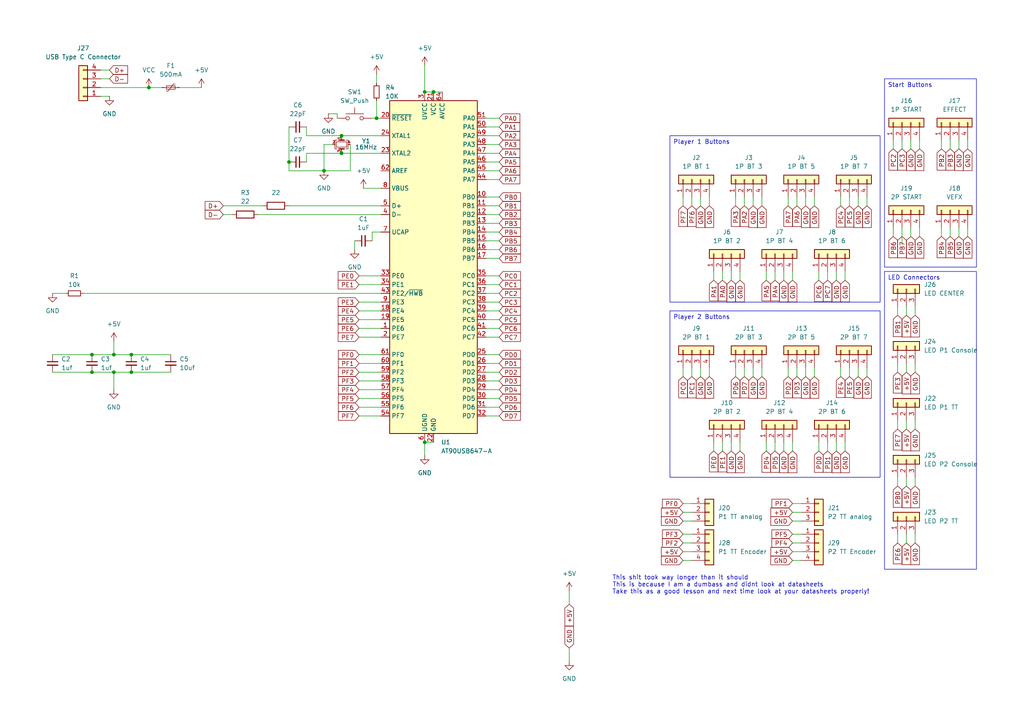
<source format=kicad_sch>
(kicad_sch (version 20231120) (generator "eeschema") (generator_version "8.0")
  (paper "A4")
  (junction (at 99.06 39.37))
  (junction (at 83.82 46.99))
  (junction (at 125.73 26.67))
  (junction (at 123.19 26.67))
  (junction (at 26.67 102.87))
  (junction (at 99.06 44.45))
  (junction (at 33.02 107.95))
  (junction (at 109.22 34.29))
  (junction (at 33.02 102.87))
  (junction (at 43.18 25.4))
  (junction (at 26.67 107.95))
  (junction (at 123.19 128.27))
  (junction (at 93.98 49.53))
  (junction (at 38.1 107.95))
  (junction (at 38.1 102.87))
  (wire (pts (xy 99.06 44.45) (xy 88.9 44.45)))
  (wire (pts (xy 220.98 106.68) (xy 220.98 109.22)))
  (wire (pts (xy 140.97 120.65) (xy 144.78 120.65)))
  (wire (pts (xy 140.97 52.07) (xy 144.78 52.07)))
  (wire (pts (xy 205.74 57.15) (xy 205.74 59.69)))
  (wire (pts (xy 109.22 29.21) (xy 109.22 34.29)))
  (wire (pts (xy 140.97 62.23) (xy 144.78 62.23)))
  (wire (pts (xy 198.12 151.13) (xy 200.66 151.13)))
  (wire (pts (xy 229.87 78.74) (xy 229.87 81.28)))
  (wire (pts (xy 236.22 57.15) (xy 236.22 59.69)))
  (wire (pts (xy 236.22 106.68) (xy 236.22 109.22)))
  (wire (pts (xy 140.97 44.45) (xy 144.78 44.45)))
  (wire (pts (xy 278.13 40.64) (xy 278.13 43.18)))
  (wire (pts (xy 278.13 66.04) (xy 278.13 68.58)))
  (wire (pts (xy 198.12 157.48) (xy 200.66 157.48)))
  (wire (pts (xy 222.25 128.27) (xy 222.25 130.81)))
  (wire (pts (xy 64.77 59.69) (xy 76.2 59.69)))
  (wire (pts (xy 273.05 40.64) (xy 273.05 43.18)))
  (wire (pts (xy 209.55 128.27) (xy 209.55 130.81)))
  (wire (pts (xy 104.14 107.95) (xy 110.49 107.95)))
  (wire (pts (xy 198.12 148.59) (xy 200.66 148.59)))
  (wire (pts (xy 214.63 78.74) (xy 214.63 81.28)))
  (wire (pts (xy 83.82 49.53) (xy 93.98 49.53)))
  (wire (pts (xy 109.22 21.59) (xy 109.22 24.13)))
  (wire (pts (xy 64.77 62.23) (xy 67.31 62.23)))
  (wire (pts (xy 140.97 57.15) (xy 144.78 57.15)))
  (wire (pts (xy 229.87 148.59) (xy 232.41 148.59)))
  (wire (pts (xy 262.89 121.92) (xy 262.89 124.46)))
  (wire (pts (xy 229.87 146.05) (xy 232.41 146.05)))
  (wire (pts (xy 198.12 57.15) (xy 198.12 59.69)))
  (wire (pts (xy 251.46 106.68) (xy 251.46 109.22)))
  (wire (pts (xy 99.06 39.37) (xy 110.49 39.37)))
  (wire (pts (xy 104.14 110.49) (xy 110.49 110.49)))
  (wire (pts (xy 29.21 22.86) (xy 31.75 22.86)))
  (wire (pts (xy 203.2 106.68) (xy 203.2 109.22)))
  (wire (pts (xy 123.19 128.27) (xy 123.19 132.08)))
  (wire (pts (xy 107.95 34.29) (xy 109.22 34.29)))
  (wire (pts (xy 123.19 26.67) (xy 125.73 26.67)))
  (wire (pts (xy 237.49 128.27) (xy 237.49 130.81)))
  (wire (pts (xy 207.01 128.27) (xy 207.01 130.81)))
  (wire (pts (xy 110.49 67.31) (xy 107.95 67.31)))
  (wire (pts (xy 262.89 138.43) (xy 262.89 140.97)))
  (wire (pts (xy 104.14 92.71) (xy 110.49 92.71)))
  (wire (pts (xy 52.07 25.4) (xy 58.42 25.4)))
  (wire (pts (xy 140.97 87.63) (xy 144.78 87.63)))
  (wire (pts (xy 140.97 67.31) (xy 144.78 67.31)))
  (wire (pts (xy 165.1 171.45) (xy 165.1 175.26)))
  (wire (pts (xy 104.14 120.65) (xy 110.49 120.65)))
  (wire (pts (xy 140.97 59.69) (xy 144.78 59.69)))
  (wire (pts (xy 140.97 46.99) (xy 144.78 46.99)))
  (wire (pts (xy 243.84 106.68) (xy 243.84 109.22)))
  (wire (pts (xy 83.82 46.99) (xy 83.82 49.53)))
  (wire (pts (xy 140.97 105.41) (xy 144.78 105.41)))
  (wire (pts (xy 280.67 66.04) (xy 280.67 68.58)))
  (wire (pts (xy 123.19 19.05) (xy 123.19 26.67)))
  (wire (pts (xy 229.87 154.94) (xy 232.41 154.94)))
  (wire (pts (xy 203.2 57.15) (xy 203.2 59.69)))
  (wire (pts (xy 251.46 57.15) (xy 251.46 59.69)))
  (wire (pts (xy 88.9 39.37) (xy 88.9 36.83)))
  (wire (pts (xy 231.14 106.68) (xy 231.14 109.22)))
  (wire (pts (xy 231.14 57.15) (xy 231.14 59.69)))
  (wire (pts (xy 260.35 154.94) (xy 260.35 157.48)))
  (wire (pts (xy 262.89 105.41) (xy 262.89 107.95)))
  (wire (pts (xy 104.14 97.79) (xy 110.49 97.79)))
  (wire (pts (xy 33.02 99.06) (xy 33.02 102.87)))
  (wire (pts (xy 15.24 107.95) (xy 26.67 107.95)))
  (wire (pts (xy 262.89 154.94) (xy 262.89 157.48)))
  (wire (pts (xy 140.97 113.03) (xy 144.78 113.03)))
  (wire (pts (xy 240.03 128.27) (xy 240.03 130.81)))
  (wire (pts (xy 43.18 25.4) (xy 46.99 25.4)))
  (wire (pts (xy 228.6 57.15) (xy 228.6 59.69)))
  (wire (pts (xy 33.02 107.95) (xy 33.02 113.03)))
  (wire (pts (xy 165.1 187.96) (xy 165.1 191.77)))
  (wire (pts (xy 83.82 36.83) (xy 83.82 46.99)))
  (wire (pts (xy 29.21 27.94) (xy 31.75 27.94)))
  (wire (pts (xy 248.92 57.15) (xy 248.92 59.69)))
  (wire (pts (xy 38.1 102.87) (xy 49.53 102.87)))
  (wire (pts (xy 140.97 69.85) (xy 144.78 69.85)))
  (wire (pts (xy 33.02 102.87) (xy 38.1 102.87)))
  (wire (pts (xy 140.97 85.09) (xy 144.78 85.09)))
  (wire (pts (xy 229.87 160.02) (xy 232.41 160.02)))
  (wire (pts (xy 218.44 106.68) (xy 218.44 109.22)))
  (wire (pts (xy 140.97 107.95) (xy 144.78 107.95)))
  (wire (pts (xy 104.14 95.25) (xy 110.49 95.25)))
  (wire (pts (xy 209.55 78.74) (xy 209.55 81.28)))
  (wire (pts (xy 207.01 78.74) (xy 207.01 81.28)))
  (wire (pts (xy 99.06 39.37) (xy 88.9 39.37)))
  (wire (pts (xy 260.35 105.41) (xy 260.35 107.95)))
  (wire (pts (xy 242.57 78.74) (xy 242.57 81.28)))
  (wire (pts (xy 15.24 85.09) (xy 19.05 85.09)))
  (wire (pts (xy 104.14 105.41) (xy 110.49 105.41)))
  (wire (pts (xy 102.87 69.85) (xy 102.87 72.39)))
  (wire (pts (xy 140.97 102.87) (xy 144.78 102.87)))
  (wire (pts (xy 140.97 95.25) (xy 144.78 95.25)))
  (wire (pts (xy 33.02 102.87) (xy 26.67 102.87)))
  (wire (pts (xy 245.11 128.27) (xy 245.11 130.81)))
  (wire (pts (xy 109.22 34.29) (xy 110.49 34.29)))
  (wire (pts (xy 233.68 57.15) (xy 233.68 59.69)))
  (wire (pts (xy 218.44 57.15) (xy 218.44 59.69)))
  (wire (pts (xy 205.74 106.68) (xy 205.74 109.22)))
  (wire (pts (xy 104.14 118.11) (xy 110.49 118.11)))
  (wire (pts (xy 222.25 78.74) (xy 222.25 81.28)))
  (wire (pts (xy 259.08 40.64) (xy 259.08 43.18)))
  (wire (pts (xy 229.87 157.48) (xy 232.41 157.48)))
  (wire (pts (xy 262.89 88.9) (xy 262.89 91.44)))
  (wire (pts (xy 83.82 59.69) (xy 110.49 59.69)))
  (wire (pts (xy 220.98 57.15) (xy 220.98 59.69)))
  (wire (pts (xy 140.97 34.29) (xy 144.78 34.29)))
  (wire (pts (xy 26.67 102.87) (xy 15.24 102.87)))
  (wire (pts (xy 198.12 146.05) (xy 200.66 146.05)))
  (wire (pts (xy 265.43 121.92) (xy 265.43 124.46)))
  (wire (pts (xy 140.97 115.57) (xy 144.78 115.57)))
  (wire (pts (xy 140.97 92.71) (xy 144.78 92.71)))
  (wire (pts (xy 248.92 106.68) (xy 248.92 109.22)))
  (wire (pts (xy 96.52 41.91) (xy 93.98 41.91)))
  (wire (pts (xy 140.97 39.37) (xy 144.78 39.37)))
  (wire (pts (xy 237.49 78.74) (xy 237.49 81.28)))
  (wire (pts (xy 265.43 138.43) (xy 265.43 140.97)))
  (wire (pts (xy 266.7 66.04) (xy 266.7 68.58)))
  (wire (pts (xy 228.6 106.68) (xy 228.6 109.22)))
  (wire (pts (xy 104.14 87.63) (xy 110.49 87.63)))
  (wire (pts (xy 33.02 107.95) (xy 38.1 107.95)))
  (wire (pts (xy 107.95 67.31) (xy 107.95 69.85)))
  (wire (pts (xy 140.97 41.91) (xy 144.78 41.91)))
  (wire (pts (xy 104.14 82.55) (xy 110.49 82.55)))
  (wire (pts (xy 38.1 107.95) (xy 49.53 107.95)))
  (wire (pts (xy 265.43 105.41) (xy 265.43 107.95)))
  (wire (pts (xy 88.9 44.45) (xy 88.9 46.99)))
  (wire (pts (xy 104.14 115.57) (xy 110.49 115.57)))
  (wire (pts (xy 229.87 128.27) (xy 229.87 130.81)))
  (wire (pts (xy 273.05 66.04) (xy 273.05 68.58)))
  (wire (pts (xy 227.33 78.74) (xy 227.33 81.28)))
  (wire (pts (xy 140.97 82.55) (xy 144.78 82.55)))
  (wire (pts (xy 140.97 64.77) (xy 144.78 64.77)))
  (wire (pts (xy 29.21 20.32) (xy 31.75 20.32)))
  (wire (pts (xy 198.12 160.02) (xy 200.66 160.02)))
  (wire (pts (xy 224.79 128.27) (xy 224.79 130.81)))
  (wire (pts (xy 259.08 66.04) (xy 259.08 68.58)))
  (wire (pts (xy 245.11 78.74) (xy 245.11 81.28)))
  (wire (pts (xy 140.97 80.01) (xy 144.78 80.01)))
  (wire (pts (xy 266.7 40.64) (xy 266.7 43.18)))
  (wire (pts (xy 198.12 106.68) (xy 198.12 109.22)))
  (wire (pts (xy 140.97 90.17) (xy 144.78 90.17)))
  (wire (pts (xy 140.97 118.11) (xy 144.78 118.11)))
  (wire (pts (xy 101.6 41.91) (xy 101.6 49.53)))
  (wire (pts (xy 275.59 66.04) (xy 275.59 68.58)))
  (wire (pts (xy 140.97 97.79) (xy 144.78 97.79)))
  (wire (pts (xy 233.68 106.68) (xy 233.68 109.22)))
  (wire (pts (xy 213.36 57.15) (xy 213.36 59.69)))
  (wire (pts (xy 260.35 121.92) (xy 260.35 124.46)))
  (wire (pts (xy 26.67 107.95) (xy 33.02 107.95)))
  (wire (pts (xy 227.33 128.27) (xy 227.33 130.81)))
  (wire (pts (xy 215.9 57.15) (xy 215.9 59.69)))
  (wire (pts (xy 242.57 128.27) (xy 242.57 130.81)))
  (wire (pts (xy 104.14 90.17) (xy 110.49 90.17)))
  (wire (pts (xy 264.16 66.04) (xy 264.16 68.58)))
  (wire (pts (xy 265.43 154.94) (xy 265.43 157.48)))
  (wire (pts (xy 261.62 40.64) (xy 261.62 43.18)))
  (wire (pts (xy 260.35 138.43) (xy 260.35 140.97)))
  (wire (pts (xy 198.12 154.94) (xy 200.66 154.94)))
  (wire (pts (xy 280.67 40.64) (xy 280.67 43.18)))
  (wire (pts (xy 215.9 106.68) (xy 215.9 109.22)))
  (wire (pts (xy 240.03 78.74) (xy 240.03 81.28)))
  (wire (pts (xy 212.09 78.74) (xy 212.09 81.28)))
  (wire (pts (xy 140.97 49.53) (xy 144.78 49.53)))
  (wire (pts (xy 97.79 34.29) (xy 97.79 33.02)))
  (wire (pts (xy 224.79 78.74) (xy 224.79 81.28)))
  (wire (pts (xy 93.98 41.91) (xy 93.98 49.53)))
  (wire (pts (xy 200.66 57.15) (xy 200.66 59.69)))
  (wire (pts (xy 214.63 128.27) (xy 214.63 130.81)))
  (wire (pts (xy 104.14 80.01) (xy 110.49 80.01)))
  (wire (pts (xy 275.59 40.64) (xy 275.59 43.18)))
  (wire (pts (xy 74.93 62.23) (xy 110.49 62.23)))
  (wire (pts (xy 246.38 106.68) (xy 246.38 109.22)))
  (wire (pts (xy 24.13 85.09) (xy 110.49 85.09)))
  (wire (pts (xy 101.6 49.53) (xy 93.98 49.53)))
  (wire (pts (xy 265.43 88.9) (xy 265.43 91.44)))
  (wire (pts (xy 105.41 54.61) (xy 110.49 54.61)))
  (wire (pts (xy 29.21 25.4) (xy 43.18 25.4)))
  (wire (pts (xy 229.87 162.56) (xy 232.41 162.56)))
  (wire (pts (xy 99.06 44.45) (xy 110.49 44.45)))
  (wire (pts (xy 229.87 151.13) (xy 232.41 151.13)))
  (wire (pts (xy 264.16 40.64) (xy 264.16 43.18)))
  (wire (pts (xy 140.97 36.83) (xy 144.78 36.83)))
  (wire (pts (xy 125.73 26.67) (xy 128.27 26.67)))
  (wire (pts (xy 246.38 57.15) (xy 246.38 59.69)))
  (wire (pts (xy 200.66 106.68) (xy 200.66 109.22)))
  (wire (pts (xy 104.14 113.03) (xy 110.49 113.03)))
  (wire (pts (xy 123.19 128.27) (xy 125.73 128.27)))
  (wire (pts (xy 243.84 57.15) (xy 243.84 59.69)))
  (wire (pts (xy 104.14 102.87) (xy 110.49 102.87)))
  (wire (pts (xy 261.62 66.04) (xy 261.62 71.12)))
  (wire (pts (xy 213.36 106.68) (xy 213.36 109.22)))
  (wire (pts (xy 140.97 74.93) (xy 144.78 74.93)))
  (wire (pts (xy 97.79 33.02) (xy 95.25 33.02)))
  (wire (pts (xy 198.12 162.56) (xy 200.66 162.56)))
  (wire (pts (xy 260.35 88.9) (xy 260.35 91.44)))
  (wire (pts (xy 212.09 128.27) (xy 212.09 130.81)))
  (wire (pts (xy 140.97 110.49) (xy 144.78 110.49)))
  (wire (pts (xy 140.97 72.39) (xy 144.78 72.39)))
  (text_box "Player 1 Buttons\n" (at 194.31 39.37 0) (size 60.96 48.26) (effects (font (size 1.27 1.27)) (justify left top)))
  (text_box "Player 2 Buttons\n" (at 194.31 90.17 0) (size 60.96 48.26) (effects (font (size 1.27 1.27)) (justify left top)))
  (text_box "Start Buttons\n" (at 256.54 22.86 0) (size 26.67 54.61) (effects (font (size 1.27 1.27)) (justify left top)))
  (text_box "LED Connectors\n" (at 256.54 78.74 0) (size 26.67 86.36) (effects (font (size 1.27 1.27)) (justify left top)))
  (text "This is because I am a dumbass and didnt look at datasheets" (at 208.28 169.672 0) (effects (font (size 1.27 1.27))))
  (text "Take this as a good lesson and next time look at your datasheets properly!" (at 214.884 171.704 0) (effects (font (size 1.27 1.27))))
  (text "This shit took way longer than it should" (at 197.358 167.64 0) (effects (font (size 1.27 1.27))))
  (global_label "GND" (shape input) (at 205.74 109.22 270) (property "Intersheetrefs" "${INTERSHEET_REFS}" (effects (hide yes))))
  (global_label "GND" (shape input) (at 203.2 109.22 270) (property "Intersheetrefs" "${INTERSHEET_REFS}" (effects (hide yes))))
  (global_label "GND" (shape input) (at 251.46 109.22 270) (property "Intersheetrefs" "${INTERSHEET_REFS}" (effects (hide yes))))
  (global_label "PA0" (shape input) (at 209.55 81.28 270) (property "Intersheetrefs" "${INTERSHEET_REFS}" (effects (hide yes))))
  (global_label "GND" (shape input) (at 248.92 59.69 270) (property "Intersheetrefs" "${INTERSHEET_REFS}" (effects (hide yes))))
  (global_label "PA1" (shape input) (at 144.78 36.83 0) (property "Intersheetrefs" "${INTERSHEET_REFS}" (effects (hide yes))))
  (global_label "GND" (shape input) (at 229.87 81.28 270) (property "Intersheetrefs" "${INTERSHEET_REFS}" (effects (hide yes))))
  (global_label "PB6" (shape input) (at 259.08 68.58 270) (property "Intersheetrefs" "${INTERSHEET_REFS}" (effects (hide yes))))
  (global_label "GND" (shape input) (at 212.09 130.81 270) (property "Intersheetrefs" "${INTERSHEET_REFS}" (effects (hide yes))))
  (global_label "PB2" (shape input) (at 273.05 43.18 270) (property "Intersheetrefs" "${INTERSHEET_REFS}" (effects (hide yes))))
  (global_label "PC1" (shape input) (at 144.78 82.55 0) (property "Intersheetrefs" "${INTERSHEET_REFS}" (effects (hide yes))))
  (global_label "PB3" (shape input) (at 275.59 43.18 270) (property "Intersheetrefs" "${INTERSHEET_REFS}" (effects (hide yes))))
  (global_label "GND" (shape input) (at 242.57 81.28 270) (property "Intersheetrefs" "${INTERSHEET_REFS}" (effects (hide yes))))
  (global_label "PB0" (shape input) (at 260.35 140.97 270) (property "Intersheetrefs" "${INTERSHEET_REFS}" (effects (hide yes))))
  (global_label "PC4" (shape input) (at 243.84 59.69 270) (property "Intersheetrefs" "${INTERSHEET_REFS}" (effects (hide yes))))
  (global_label "GND" (shape input) (at 265.43 140.97 270) (property "Intersheetrefs" "${INTERSHEET_REFS}" (effects (hide yes))))
  (global_label "D-" (shape input) (at 31.75 22.86 0) (property "Intersheetrefs" "${INTERSHEET_REFS}" (effects (hide yes))))
  (global_label "PF0" (shape input) (at 198.12 146.05 180) (property "Intersheetrefs" "${INTERSHEET_REFS}" (effects (hide yes))))
  (global_label "GND" (shape input) (at 203.2 59.69 270) (property "Intersheetrefs" "${INTERSHEET_REFS}" (effects (hide yes))))
  (global_label "PE3" (shape input) (at 104.14 87.63 180) (property "Intersheetrefs" "${INTERSHEET_REFS}" (effects (hide yes))))
  (global_label "PE0" (shape input) (at 104.14 80.01 180) (property "Intersheetrefs" "${INTERSHEET_REFS}" (effects (hide yes))))
  (global_label "D+" (shape input) (at 64.77 59.69 180) (property "Intersheetrefs" "${INTERSHEET_REFS}" (effects (hide yes))))
  (global_label "GND" (shape input) (at 265.43 124.46 270) (property "Intersheetrefs" "${INTERSHEET_REFS}" (effects (hide yes))))
  (global_label "+5V" (shape input) (at 262.89 140.97 270) (property "Intersheetrefs" "${INTERSHEET_REFS}" (effects (hide yes))))
  (global_label "GND" (shape input) (at 280.67 68.58 270) (property "Intersheetrefs" "${INTERSHEET_REFS}" (effects (hide yes))))
  (global_label "GND" (shape input) (at 278.13 68.58 270) (property "Intersheetrefs" "${INTERSHEET_REFS}" (effects (hide yes))))
  (global_label "GND" (shape input) (at 266.7 68.58 270) (property "Intersheetrefs" "${INTERSHEET_REFS}" (effects (hide yes))))
  (global_label "+5V" (shape input) (at 262.89 124.46 270) (property "Intersheetrefs" "${INTERSHEET_REFS}" (effects (hide yes))))
  (global_label "PB1" (shape input) (at 260.35 91.44 270) (property "Intersheetrefs" "${INTERSHEET_REFS}" (effects (hide yes))))
  (global_label "+5V" (shape input) (at 262.89 107.95 270) (property "Intersheetrefs" "${INTERSHEET_REFS}" (effects (hide yes))))
  (global_label "PD6" (shape input) (at 144.78 118.11 0) (property "Intersheetrefs" "${INTERSHEET_REFS}" (effects (hide yes))))
  (global_label "GND" (shape input) (at 198.12 162.56 180) (property "Intersheetrefs" "${INTERSHEET_REFS}" (effects (hide yes))))
  (global_label "PD7" (shape input) (at 144.78 120.65 0) (property "Intersheetrefs" "${INTERSHEET_REFS}" (effects (hide yes))))
  (global_label "+5V" (shape input) (at 262.89 157.48 270) (property "Intersheetrefs" "${INTERSHEET_REFS}" (effects (hide yes))))
  (global_label "GND" (shape input) (at 245.11 81.28 270) (property "Intersheetrefs" "${INTERSHEET_REFS}" (effects (hide yes))))
  (global_label "PF6" (shape input) (at 200.66 59.69 270) (property "Intersheetrefs" "${INTERSHEET_REFS}" (effects (hide yes))))
  (global_label "GND" (shape input) (at 280.67 43.18 270) (property "Intersheetrefs" "${INTERSHEET_REFS}" (effects (hide yes))))
  (global_label "PA5" (shape input) (at 144.78 46.99 0) (property "Intersheetrefs" "${INTERSHEET_REFS}" (effects (hide yes))))
  (global_label "PC7" (shape input) (at 240.03 81.28 270) (property "Intersheetrefs" "${INTERSHEET_REFS}" (effects (hide yes))))
  (global_label "GND" (shape input) (at 214.63 130.81 270) (property "Intersheetrefs" "${INTERSHEET_REFS}" (effects (hide yes))))
  (global_label "PD3" (shape input) (at 231.14 109.22 270) (property "Intersheetrefs" "${INTERSHEET_REFS}" (effects (hide yes))))
  (global_label "PD2" (shape input) (at 144.78 107.95 0) (property "Intersheetrefs" "${INTERSHEET_REFS}" (effects (hide yes))))
  (global_label "PC0" (shape input) (at 198.12 109.22 270) (property "Intersheetrefs" "${INTERSHEET_REFS}" (effects (hide yes))))
  (global_label "PF5" (shape input) (at 104.14 115.57 180) (property "Intersheetrefs" "${INTERSHEET_REFS}" (effects (hide yes))))
  (global_label "PA0" (shape input) (at 144.78 34.29 0) (property "Intersheetrefs" "${INTERSHEET_REFS}" (effects (hide yes))))
  (global_label "PE4" (shape input) (at 104.14 90.17 180) (property "Intersheetrefs" "${INTERSHEET_REFS}" (effects (hide yes))))
  (global_label "GND" (shape input) (at 220.98 59.69 270) (property "Intersheetrefs" "${INTERSHEET_REFS}" (effects (hide yes))))
  (global_label "PD5" (shape input) (at 144.78 115.57 0) (property "Intersheetrefs" "${INTERSHEET_REFS}" (effects (hide yes))))
  (global_label "PC5" (shape input) (at 144.78 92.71 0) (property "Intersheetrefs" "${INTERSHEET_REFS}" (effects (hide yes))))
  (global_label "PF2" (shape input) (at 104.14 107.95 180) (property "Intersheetrefs" "${INTERSHEET_REFS}" (effects (hide yes))))
  (global_label "GND" (shape input) (at 266.7 43.18 270) (property "Intersheetrefs" "${INTERSHEET_REFS}" (effects (hide yes))))
  (global_label "PF2" (shape input) (at 198.12 157.48 180) (property "Intersheetrefs" "${INTERSHEET_REFS}" (effects (hide yes))))
  (global_label "GND" (shape input) (at 220.98 109.22 270) (property "Intersheetrefs" "${INTERSHEET_REFS}" (effects (hide yes))))
  (global_label "+5V" (shape input) (at 198.12 160.02 180) (property "Intersheetrefs" "${INTERSHEET_REFS}" (effects (hide yes))))
  (global_label "PD5" (shape input) (at 224.79 130.81 270) (property "Intersheetrefs" "${INTERSHEET_REFS}" (effects (hide yes))))
  (global_label "PC5" (shape input) (at 246.38 59.69 270) (property "Intersheetrefs" "${INTERSHEET_REFS}" (effects (hide yes))))
  (global_label "PA4" (shape input) (at 224.79 81.28 270) (property "Intersheetrefs" "${INTERSHEET_REFS}" (effects (hide yes))))
  (global_label "GND" (shape input) (at 165.1 187.96 90) (property "Intersheetrefs" "${INTERSHEET_REFS}" (effects (hide yes))))
  (global_label "PC2" (shape input) (at 259.08 43.18 270) (property "Intersheetrefs" "${INTERSHEET_REFS}" (effects (hide yes))))
  (global_label "PF0" (shape input) (at 104.14 102.87 180) (property "Intersheetrefs" "${INTERSHEET_REFS}" (effects (hide yes))))
  (global_label "PB2" (shape input) (at 144.78 62.23 0) (property "Intersheetrefs" "${INTERSHEET_REFS}" (effects (hide yes))))
  (global_label "PE0" (shape input) (at 207.01 130.81 270) (property "Intersheetrefs" "${INTERSHEET_REFS}" (effects (hide yes))))
  (global_label "PB5" (shape input) (at 275.59 68.58 270) (property "Intersheetrefs" "${INTERSHEET_REFS}" (effects (hide yes))))
  (global_label "GND" (shape input) (at 265.43 107.95 270) (property "Intersheetrefs" "${INTERSHEET_REFS}" (effects (hide yes))))
  (global_label "PB4" (shape input) (at 144.78 67.31 0) (property "Intersheetrefs" "${INTERSHEET_REFS}" (effects (hide yes))))
  (global_label "PF3" (shape input) (at 104.14 110.49 180) (property "Intersheetrefs" "${INTERSHEET_REFS}" (effects (hide yes))))
  (global_label "PC6" (shape input) (at 144.78 95.25 0) (property "Intersheetrefs" "${INTERSHEET_REFS}" (effects (hide yes))))
  (global_label "PE3" (shape input) (at 260.35 107.95 270) (property "Intersheetrefs" "${INTERSHEET_REFS}" (effects (hide yes))))
  (global_label "PF3" (shape input) (at 198.12 154.94 180) (property "Intersheetrefs" "${INTERSHEET_REFS}" (effects (hide yes))))
  (global_label "GND" (shape input) (at 264.16 68.58 270) (property "Intersheetrefs" "${INTERSHEET_REFS}" (effects (hide yes))))
  (global_label "PD6" (shape input) (at 213.36 109.22 270) (property "Intersheetrefs" "${INTERSHEET_REFS}" (effects (hide yes))))
  (global_label "GND" (shape input) (at 212.09 81.28 270) (property "Intersheetrefs" "${INTERSHEET_REFS}" (effects (hide yes))))
  (global_label "PE6" (shape input) (at 260.35 157.48 270) (property "Intersheetrefs" "${INTERSHEET_REFS}" (effects (hide yes))))
  (global_label "PB4" (shape input) (at 273.05 68.58 270) (property "Intersheetrefs" "${INTERSHEET_REFS}" (effects (hide yes))))
  (global_label "PB1" (shape input) (at 144.78 59.69 0) (property "Intersheetrefs" "${INTERSHEET_REFS}" (effects (hide yes))))
  (global_label "PE5" (shape input) (at 246.38 109.22 270) (property "Intersheetrefs" "${INTERSHEET_REFS}" (effects (hide yes))))
  (global_label "GND" (shape input) (at 214.63 81.28 270) (property "Intersheetrefs" "${INTERSHEET_REFS}" (effects (hide yes))))
  (global_label "PF4" (shape input) (at 104.14 113.03 180) (property "Intersheetrefs" "${INTERSHEET_REFS}" (effects (hide yes))))
  (global_label "PE7" (shape input) (at 260.35 124.46 270) (property "Intersheetrefs" "${INTERSHEET_REFS}" (effects (hide yes))))
  (global_label "D-" (shape input) (at 64.77 62.23 180) (property "Intersheetrefs" "${INTERSHEET_REFS}" (effects (hide yes))))
  (global_label "PF6" (shape input) (at 104.14 118.11 180) (property "Intersheetrefs" "${INTERSHEET_REFS}" (effects (hide yes))))
  (global_label "GND" (shape input) (at 248.92 109.22 270) (property "Intersheetrefs" "${INTERSHEET_REFS}" (effects (hide yes))))
  (global_label "PD3" (shape input) (at 144.78 110.49 0) (property "Intersheetrefs" "${INTERSHEET_REFS}" (effects (hide yes))))
  (global_label "+5V" (shape input) (at 165.1 175.26 270) (property "Intersheetrefs" "${INTERSHEET_REFS}" (effects (hide yes))))
  (global_label "PE4" (shape input) (at 243.84 109.22 270) (property "Intersheetrefs" "${INTERSHEET_REFS}" (effects (hide yes))))
  (global_label "GND" (shape input) (at 264.16 43.18 270) (property "Intersheetrefs" "${INTERSHEET_REFS}" (effects (hide yes))))
  (global_label "PD4" (shape input) (at 222.25 130.81 270) (property "Intersheetrefs" "${INTERSHEET_REFS}" (effects (hide yes))))
  (global_label "GND" (shape input) (at 278.13 43.18 270) (property "Intersheetrefs" "${INTERSHEET_REFS}" (effects (hide yes))))
  (global_label "PC3" (shape input) (at 144.78 87.63 0) (property "Intersheetrefs" "${INTERSHEET_REFS}" (effects (hide yes))))
  (global_label "GND" (shape input) (at 233.68 109.22 270) (property "Intersheetrefs" "${INTERSHEET_REFS}" (effects (hide yes))))
  (global_label "GND" (shape input) (at 233.68 59.69 270) (property "Intersheetrefs" "${INTERSHEET_REFS}" (effects (hide yes))))
  (global_label "+5V" (shape input) (at 229.87 148.59 180) (property "Intersheetrefs" "${INTERSHEET_REFS}" (effects (hide yes))))
  (global_label "PF7" (shape input) (at 198.12 59.69 270) (property "Intersheetrefs" "${INTERSHEET_REFS}" (effects (hide yes))))
  (global_label "PA6" (shape input) (at 144.78 49.53 0) (property "Intersheetrefs" "${INTERSHEET_REFS}" (effects (hide yes))))
  (global_label "PA1" (shape input) (at 207.01 81.28 270) (property "Intersheetrefs" "${INTERSHEET_REFS}" (effects (hide yes))))
  (global_label "+5V" (shape input) (at 198.12 148.59 180) (property "Intersheetrefs" "${INTERSHEET_REFS}" (effects (hide yes))))
  (global_label "PC3" (shape input) (at 261.62 43.18 270) (property "Intersheetrefs" "${INTERSHEET_REFS}" (effects (hide yes))))
  (global_label "PE6" (shape input) (at 104.14 95.25 180) (property "Intersheetrefs" "${INTERSHEET_REFS}" (effects (hide yes))))
  (global_label "PA5" (shape input) (at 222.25 81.28 270) (property "Intersheetrefs" "${INTERSHEET_REFS}" (effects (hide yes))))
  (global_label "PD7" (shape input) (at 215.9 109.22 270) (property "Intersheetrefs" "${INTERSHEET_REFS}" (effects (hide yes))))
  (global_label "PF5" (shape input) (at 229.87 154.94 180) (property "Intersheetrefs" "${INTERSHEET_REFS}" (effects (hide yes))))
  (global_label "PE7" (shape input) (at 104.14 97.79 180) (property "Intersheetrefs" "${INTERSHEET_REFS}" (effects (hide yes))))
  (global_label "PC7" (shape input) (at 144.78 97.79 0) (property "Intersheetrefs" "${INTERSHEET_REFS}" (effects (hide yes))))
  (global_label "PC0" (shape input) (at 144.78 80.01 0) (property "Intersheetrefs" "${INTERSHEET_REFS}" (effects (hide yes))))
  (global_label "PF4" (shape input) (at 229.87 157.48 180) (property "Intersheetrefs" "${INTERSHEET_REFS}" (effects (hide yes))))
  (global_label "PA7" (shape input) (at 144.78 52.07 0) (property "Intersheetrefs" "${INTERSHEET_REFS}" (effects (hide yes))))
  (global_label "PD4" (shape input) (at 144.78 113.03 0) (property "Intersheetrefs" "${INTERSHEET_REFS}" (effects (hide yes))))
  (global_label "PB0" (shape input) (at 144.78 57.15 0) (property "Intersheetrefs" "${INTERSHEET_REFS}" (effects (hide yes))))
  (global_label "GND" (shape input) (at 218.44 109.22 270) (property "Intersheetrefs" "${INTERSHEET_REFS}" (effects (hide yes))))
  (global_label "PC2" (shape input) (at 144.78 85.09 0) (property "Intersheetrefs" "${INTERSHEET_REFS}" (effects (hide yes))))
  (global_label "PA2" (shape input) (at 215.9 59.69 270) (property "Intersheetrefs" "${INTERSHEET_REFS}" (effects (hide yes))))
  (global_label "PE5" (shape input) (at 104.14 92.71 180) (property "Intersheetrefs" "${INTERSHEET_REFS}" (effects (hide yes))))
  (global_label "PA3" (shape input) (at 213.36 59.69 270) (property "Intersheetrefs" "${INTERSHEET_REFS}" (effects (hide yes))))
  (global_label "GND" (shape input) (at 227.33 81.28 270) (property "Intersheetrefs" "${INTERSHEET_REFS}" (effects (hide yes))))
  (global_label "D+" (shape input) (at 31.75 20.32 0) (property "Intersheetrefs" "${INTERSHEET_REFS}" (effects (hide yes))))
  (global_label "PA2" (shape input) (at 144.78 39.37 0) (property "Intersheetrefs" "${INTERSHEET_REFS}" (effects (hide yes))))
  (global_label "PC6" (shape input) (at 237.49 81.28 270) (property "Intersheetrefs" "${INTERSHEET_REFS}" (effects (hide yes))))
  (global_label "PD1" (shape input) (at 240.03 130.81 270) (property "Intersheetrefs" "${INTERSHEET_REFS}" (effects (hide yes))))
  (global_label "PD1" (shape input) (at 144.78 105.41 0) (property "Intersheetrefs" "${INTERSHEET_REFS}" (effects (hide yes))))
  (global_label "GND" (shape input) (at 265.43 91.44 270) (property "Intersheetrefs" "${INTERSHEET_REFS}" (effects (hide yes))))
  (global_label "GND" (shape input) (at 205.74 59.69 270) (property "Intersheetrefs" "${INTERSHEET_REFS}" (effects (hide yes))))
  (global_label "PF7" (shape input) (at 104.14 120.65 180) (property "Intersheetrefs" "${INTERSHEET_REFS}" (effects (hide yes))))
  (global_label "PA3" (shape input) (at 144.78 41.91 0) (property "Intersheetrefs" "${INTERSHEET_REFS}" (effects (hide yes))))
  (global_label "PE1" (shape input) (at 209.55 130.81 270) (property "Intersheetrefs" "${INTERSHEET_REFS}" (effects (hide yes))))
  (global_label "PD2" (shape input) (at 228.6 109.22 270) (property "Intersheetrefs" "${INTERSHEET_REFS}" (effects (hide yes))))
  (global_label "PA4" (shape input) (at 144.78 44.45 0) (property "Intersheetrefs" "${INTERSHEET_REFS}" (effects (hide yes))))
  (global_label "PA6" (shape input) (at 231.14 59.69 270) (property "Intersheetrefs" "${INTERSHEET_REFS}" (effects (hide yes))))
  (global_label "GND" (shape input) (at 251.46 59.69 270) (property "Intersheetrefs" "${INTERSHEET_REFS}" (effects (hide yes))))
  (global_label "PC1" (shape input) (at 200.66 109.22 270) (property "Intersheetrefs" "${INTERSHEET_REFS}" (effects (hide yes))))
  (global_label "+5V" (shape input) (at 262.89 91.44 270) (property "Intersheetrefs" "${INTERSHEET_REFS}" (effects (hide yes))))
  (global_label "+5V" (shape input) (at 229.87 160.02 180) (property "Intersheetrefs" "${INTERSHEET_REFS}" (effects (hide yes))))
  (global_label "GND" (shape input) (at 218.44 59.69 270) (property "Intersheetrefs" "${INTERSHEET_REFS}" (effects (hide yes))))
  (global_label "GND" (shape input) (at 227.33 130.81 270) (property "Intersheetrefs" "${INTERSHEET_REFS}" (effects (hide yes))))
  (global_label "PE1" (shape input) (at 104.14 82.55 180) (property "Intersheetrefs" "${INTERSHEET_REFS}" (effects (hide yes))))
  (global_label "GND" (shape input) (at 229.87 162.56 180) (property "Intersheetrefs" "${INTERSHEET_REFS}" (effects (hide yes))))
  (global_label "GND" (shape input) (at 236.22 59.69 270) (property "Intersheetrefs" "${INTERSHEET_REFS}" (effects (hide yes))))
  (global_label "PB6" (shape input) (at 144.78 72.39 0) (property "Intersheetrefs" "${INTERSHEET_REFS}" (effects (hide yes))))
  (global_label "PB3" (shape input) (at 144.78 64.77 0) (property "Intersheetrefs" "${INTERSHEET_REFS}" (effects (hide yes))))
  (global_label "PA7" (shape input) (at 228.6 59.69 270) (property "Intersheetrefs" "${INTERSHEET_REFS}" (effects (hide yes))))
  (global_label "PB5" (shape input) (at 144.78 69.85 0) (property "Intersheetrefs" "${INTERSHEET_REFS}" (effects (hide yes))))
  (global_label "GND" (shape input) (at 229.87 130.81 270) (property "Intersheetrefs" "${INTERSHEET_REFS}" (effects (hide yes))))
  (global_label "PF1" (shape input) (at 104.14 105.41 180) (property "Intersheetrefs" "${INTERSHEET_REFS}" (effects (hide yes))))
  (global_label "GND" (shape input) (at 245.11 130.81 270) (property "Intersheetrefs" "${INTERSHEET_REFS}" (effects (hide yes))))
  (global_label "PB7" (shape input) (at 144.78 74.93 0) (property "Intersheetrefs" "${INTERSHEET_REFS}" (effects (hide yes))))
  (global_label "GND" (shape input) (at 265.43 157.48 270) (property "Intersheetrefs" "${INTERSHEET_REFS}" (effects (hide yes))))
  (global_label "PD0" (shape input) (at 237.49 130.81 270) (property "Intersheetrefs" "${INTERSHEET_REFS}" (effects (hide yes))))
  (global_label "GND" (shape input) (at 242.57 130.81 270) (property "Intersheetrefs" "${INTERSHEET_REFS}" (effects (hide yes))))
  (global_label "GND" (shape input) (at 236.22 109.22 270) (property "Intersheetrefs" "${INTERSHEET_REFS}" (effects (hide yes))))
  (global_label "PC4" (shape input) (at 144.78 90.17 0) (property "Intersheetrefs" "${INTERSHEET_REFS}" (effects (hide yes))))
  (global_label "GND" (shape input) (at 229.87 151.13 180) (property "Intersheetrefs" "${INTERSHEET_REFS}" (effects (hide yes))))
  (global_label "PD0" (shape input) (at 144.78 102.87 0) (property "Intersheetrefs" "${INTERSHEET_REFS}" (effects (hide yes))))
  (global_label "PF1" (shape input) (at 229.87 146.05 180) (property "Intersheetrefs" "${INTERSHEET_REFS}" (effects (hide yes))))
  (global_label "GND" (shape input) (at 198.12 151.13 180) (property "Intersheetrefs" "${INTERSHEET_REFS}" (effects (hide yes))))
  (global_label "PB7" (shape input) (at 261.62 68.58 270) (property "Intersheetrefs" "${INTERSHEET_REFS}" (effects (hide yes))))
  (symbol (lib_id "power:+5V") (at 33.02 99.06 0) (unit 1)
    (property "Reference" "#PWR05" (effects (hide yes)))
    (property "Value" "+5V" (at 33.02 93.98 0))
    (property "Description" "Power symbol creates a global label with name \"+5V\"" (effects (hide yes)))
  )
  (symbol (lib_id "power:+5V") (at 109.22 21.59 0) (unit 1)
    (property "Reference" "#PWR010" (effects (hide yes)))
    (property "Value" "+5V" (at 109.22 16.51 0))
    (property "Description" "Power symbol creates a global label with name \"+5V\"" (effects (hide yes)))
  )
  (symbol (lib_id "Connector_Generic:Conn_01x03") (at 262.89 83.82 90) (unit 1)
    (property "Reference" "J26" (at 267.97 82.5499 90) (effects (justify right)))
    (property "Value" "LED CENTER" (at 267.97 85.0899 90) (effects (justify right)))
    (property "Footprint" "Connector_JST:JST_XH_B3B-XH-AM_1x03_P2.50mm_Vertical" (effects (hide yes)))
    (property "Description" "Generic connector, single row, 01x03, script generated (kicad-library-utils/schlib/autogen/connector/)" (effects (hide yes)))
  )
  (symbol (lib_id "power:VCC") (at 43.18 25.4 0) (unit 1)
    (property "Reference" "#PWR011" (effects (hide yes)))
    (property "Value" "VCC" (at 43.18 20.32 0))
    (property "Description" "Power symbol creates a global label with name \"VCC\"" (effects (hide yes)))
  )
  (symbol (lib_id "Connector_Generic:Conn_01x04") (at 209.55 123.19 90) (unit 1)
    (property "Reference" "J10" (at 210.82 116.84 90))
    (property "Value" "2P BT 2" (at 210.82 119.38 90))
    (property "Footprint" "Connector_JST:JST_XH_B4B-XH-AM_1x04_P2.50mm_Vertical" (effects (hide yes)))
    (property "Description" "Generic connector, single row, 01x04, script generated (kicad-library-utils/schlib/autogen/connector/)" (effects (hide yes)))
  )
  (symbol (lib_id "power:GND") (at 31.75 27.94 0) (unit 1)
    (property "Reference" "#PWR018" (effects (hide yes)))
    (property "Value" "GND" (at 31.75 33.02 0))
    (property "Description" "Power symbol creates a global label with name \"GND\" , ground" (effects (hide yes)))
  )
  (symbol (lib_id "Connector_Generic:Conn_01x04") (at 261.62 35.56 90) (unit 1)
    (property "Reference" "J16" (at 262.89 29.21 90))
    (property "Value" "1P START" (at 262.89 31.75 90))
    (property "Footprint" "Connector_JST:JST_XH_B4B-XH-AM_1x04_P2.50mm_Vertical" (effects (hide yes)))
    (property "Description" "Generic connector, single row, 01x04, script generated (kicad-library-utils/schlib/autogen/connector/)" (effects (hide yes)))
  )
  (symbol (lib_id "Connector_Generic:Conn_01x04") (at 240.03 73.66 90) (unit 1)
    (property "Reference" "J8" (at 241.3 67.31 90))
    (property "Value" "1P BT 6" (at 241.3 69.85 90))
    (property "Footprint" "Connector_JST:JST_XH_B4B-XH-AM_1x04_P2.50mm_Vertical" (effects (hide yes)))
    (property "Description" "Generic connector, single row, 01x04, script generated (kicad-library-utils/schlib/autogen/connector/)" (effects (hide yes)))
  )
  (symbol (lib_id "power:+5V") (at 105.41 54.61 0) (unit 1)
    (property "Reference" "#PWR07" (effects (hide yes)))
    (property "Value" "+5V" (at 105.41 49.53 0))
    (property "Description" "Power symbol creates a global label with name \"+5V\"" (effects (hide yes)))
  )
  (symbol (lib_id "Device:Crystal_GND24_Small") (at 99.06 41.91 270) (unit 1)
    (property "Reference" "Y1" (at 106.172 40.894 90))
    (property "Value" "16MHz" (at 106.172 42.672 90))
    (property "Footprint" "Crystal:Crystal_SMD_3225-4Pin_3.2x2.5mm" (effects (hide yes)))
    (property "Description" "Four pin crystal, GND on pins 2 and 4, small symbol" (effects (hide yes)))
  )
  (symbol (lib_id "Connector_Generic:Conn_01x04") (at 200.66 52.07 90) (unit 1)
    (property "Reference" "J2" (at 201.93 45.72 90))
    (property "Value" "1P BT 1" (at 201.93 48.26 90))
    (property "Footprint" "Connector_JST:JST_XH_B4B-XH-AM_1x04_P2.50mm_Vertical" (effects (hide yes)))
    (property "Description" "Generic connector, single row, 01x04, script generated (kicad-library-utils/schlib/autogen/connector/)" (effects (hide yes)))
  )
  (symbol (lib_id "Device:C_Small") (at 15.24 105.41 0) (unit 1)
    (property "Reference" "C2" (at 17.78 104.1462 0) (effects (justify left)))
    (property "Value" "1uf" (at 17.78 106.6862 0) (effects (justify left)))
    (property "Footprint" "Capacitor_SMD:C_0805_2012Metric" (effects (hide yes)))
    (property "Description" "Unpolarized capacitor, small symbol" (effects (hide yes)))
  )
  (symbol (lib_id "Connector_Generic:Conn_01x03") (at 262.89 100.33 90) (unit 1)
    (property "Reference" "J24" (at 267.97 99.0599 90) (effects (justify right)))
    (property "Value" "LED P1 Console" (at 267.97 101.5999 90) (effects (justify right)))
    (property "Footprint" "Connector_JST:JST_XH_B3B-XH-AM_1x03_P2.50mm_Vertical" (effects (hide yes)))
    (property "Description" "Generic connector, single row, 01x03, script generated (kicad-library-utils/schlib/autogen/connector/)" (effects (hide yes)))
  )
  (symbol (lib_id "power:GND") (at 93.98 49.53 0) (unit 1)
    (property "Reference" "#PWR08" (effects (hide yes)))
    (property "Value" "GND" (at 93.98 54.61 0))
    (property "Description" "Power symbol creates a global label with name \"GND\" , ground" (effects (hide yes)))
  )
  (symbol (lib_id "Connector_Generic:Conn_01x04") (at 261.62 60.96 90) (unit 1)
    (property "Reference" "J19" (at 262.89 54.61 90))
    (property "Value" "2P START" (at 262.89 57.15 90))
    (property "Footprint" "Connector_JST:JST_XH_B4B-XH-AM_1x04_P2.50mm_Vertical" (effects (hide yes)))
    (property "Description" "Generic connector, single row, 01x04, script generated (kicad-library-utils/schlib/autogen/connector/)" (effects (hide yes)))
  )
  (symbol (lib_id "Connector_Generic:Conn_01x04") (at 209.55 73.66 90) (unit 1)
    (property "Reference" "J6" (at 210.82 67.31 90))
    (property "Value" "1P BT 2" (at 210.82 69.85 90))
    (property "Footprint" "Connector_JST:JST_XH_B4B-XH-AM_1x04_P2.50mm_Vertical" (effects (hide yes)))
    (property "Description" "Generic connector, single row, 01x04, script generated (kicad-library-utils/schlib/autogen/connector/)" (effects (hide yes)))
  )
  (symbol (lib_id "Connector_Generic:Conn_01x04") (at 275.59 35.56 90) (unit 1)
    (property "Reference" "J17" (at 276.86 29.21 90))
    (property "Value" "EFFECT" (at 276.86 31.75 90))
    (property "Footprint" "Connector_JST:JST_XH_B4B-XH-AM_1x04_P2.50mm_Vertical" (effects (hide yes)))
    (property "Description" "Generic connector, single row, 01x04, script generated (kicad-library-utils/schlib/autogen/connector/)" (effects (hide yes)))
  )
  (symbol (lib_id "Connector_Generic:Conn_01x04") (at 231.14 101.6 90) (unit 1)
    (property "Reference" "J13" (at 232.41 95.25 90))
    (property "Value" "2P BT 5" (at 232.41 97.79 90))
    (property "Footprint" "Connector_JST:JST_XH_B4B-XH-AM_1x04_P2.50mm_Vertical" (effects (hide yes)))
    (property "Description" "Generic connector, single row, 01x04, script generated (kicad-library-utils/schlib/autogen/connector/)" (effects (hide yes)))
  )
  (symbol (lib_id "power:+5V") (at 165.1 171.45 0) (unit 1)
    (property "Reference" "#PWR016" (effects (hide yes)))
    (property "Value" "+5V" (at 165.1 166.37 0))
    (property "Description" "Power symbol creates a global label with name \"+5V\"" (effects (hide yes)))
  )
  (symbol (lib_id "Connector_Generic:Conn_01x04") (at 246.38 52.07 90) (unit 1)
    (property "Reference" "J5" (at 247.65 45.72 90))
    (property "Value" "1P BT 7" (at 247.65 48.26 90))
    (property "Footprint" "Connector_JST:JST_XH_B4B-XH-AM_1x04_P2.50mm_Vertical" (effects (hide yes)))
    (property "Description" "Generic connector, single row, 01x04, script generated (kicad-library-utils/schlib/autogen/connector/)" (effects (hide yes)))
  )
  (symbol (lib_id "Device:R_Small") (at 21.59 85.09 270) (unit 1)
    (property "Reference" "R1" (at 21.59 80.01 90))
    (property "Value" "10k" (at 21.59 82.55 90))
    (property "Footprint" "Resistor_SMD:R_0805_2012Metric" (effects (hide yes)))
    (property "Description" "Resistor, small symbol" (effects (hide yes)))
  )
  (symbol (lib_id "Connector_Generic:Conn_01x03") (at 205.74 148.59 0) (unit 1)
    (property "Reference" "J20" (at 208.28 147.3199 0) (effects (justify left)))
    (property "Value" "P1 TT analog" (at 208.28 149.8599 0) (effects (justify left)))
    (property "Footprint" "Connector_JST:JST_XH_B3B-XH-AM_1x03_P2.50mm_Vertical" (effects (hide yes)))
    (property "Description" "Generic connector, single row, 01x03, script generated (kicad-library-utils/schlib/autogen/connector/)" (effects (hide yes)))
  )
  (symbol (lib_id "MCU_Microchip_AVR:AT90USB647-A") (at 125.73 77.47 0) (unit 1)
    (property "Reference" "U1" (at 127.9241 128.27 0) (effects (justify left)))
    (property "Value" "AT90USB647-A" (at 127.9241 130.81 0) (effects (justify left)))
    (property "Footprint" "Package_QFP:TQFP-64_14x14mm_P0.8mm" (effects (hide yes)))
    (property "Datasheet" "http://ww1.microchip.com/downloads/en/DeviceDoc/doc7593.pdf" (effects (hide yes)))
    (property "Description" "16MHz, 64kB Flash, 4kB SRAM, 2kB EEPROM, USB 2.0 OTG, TQFP-64" (effects (hide yes)))
  )
  (symbol (lib_id "Connector_Generic:Conn_01x04") (at 275.59 60.96 90) (unit 1)
    (property "Reference" "J18" (at 276.86 54.61 90))
    (property "Value" "VEFX" (at 276.86 57.15 90))
    (property "Footprint" "Connector_JST:JST_XH_B4B-XH-AM_1x04_P2.50mm_Vertical" (effects (hide yes)))
    (property "Description" "Generic connector, single row, 01x04, script generated (kicad-library-utils/schlib/autogen/connector/)" (effects (hide yes)))
  )
  (symbol (lib_id "Connector_Generic:Conn_01x04") (at 246.38 101.6 90) (unit 1)
    (property "Reference" "J15" (at 247.65 95.25 90))
    (property "Value" "2P BT 7" (at 247.65 97.79 90))
    (property "Footprint" "Connector_JST:JST_XH_B4B-XH-AM_1x04_P2.50mm_Vertical" (effects (hide yes)))
    (property "Description" "Generic connector, single row, 01x04, script generated (kicad-library-utils/schlib/autogen/connector/)" (effects (hide yes)))
  )
  (symbol (lib_id "Device:C_Small") (at 86.36 36.83 90) (unit 1)
    (property "Reference" "C6" (at 86.3663 30.48 90))
    (property "Value" "22pF" (at 86.3663 33.02 90))
    (property "Footprint" "Capacitor_SMD:C_0805_2012Metric" (effects (hide yes)))
    (property "Description" "Unpolarized capacitor, small symbol" (effects (hide yes)))
  )
  (symbol (lib_id "power:GND") (at 102.87 72.39 0) (unit 1)
    (property "Reference" "#PWR04" (effects (hide yes)))
    (property "Value" "GND" (at 102.87 77.47 0))
    (property "Description" "Power symbol creates a global label with name \"GND\" , ground" (effects (hide yes)))
  )
  (symbol (lib_id "Device:R_Small") (at 109.22 26.67 0) (unit 1)
    (property "Reference" "R4" (at 111.76 25.3999 0) (effects (justify left)))
    (property "Value" "10K" (at 111.76 27.9399 0) (effects (justify left)))
    (property "Footprint" "Resistor_SMD:R_0805_2012Metric" (effects (hide yes)))
    (property "Description" "Resistor, small symbol" (effects (hide yes)))
  )
  (symbol (lib_id "Device:C_Small") (at 105.41 69.85 90) (unit 1)
    (property "Reference" "C1" (at 105.4163 63.5 90))
    (property "Value" "1uF" (at 105.4163 66.04 90))
    (property "Footprint" "Capacitor_SMD:C_0805_2012Metric" (effects (hide yes)))
    (property "Description" "Unpolarized capacitor, small symbol" (effects (hide yes)))
  )
  (symbol (lib_id "power:GND") (at 33.02 113.03 0) (unit 1)
    (property "Reference" "#PWR06" (effects (hide yes)))
    (property "Value" "GND" (at 33.02 118.11 0))
    (property "Description" "Power symbol creates a global label with name \"GND\" , ground" (effects (hide yes)))
  )
  (symbol (lib_id "Device:C_Small") (at 86.36 46.99 90) (unit 1)
    (property "Reference" "C7" (at 86.3663 40.64 90))
    (property "Value" "22pF" (at 86.3663 43.18 90))
    (property "Footprint" "Capacitor_SMD:C_0805_2012Metric" (effects (hide yes)))
    (property "Description" "Unpolarized capacitor, small symbol" (effects (hide yes)))
  )
  (symbol (lib_id "Connector_Generic:Conn_01x04") (at 24.13 25.4 180) (unit 1)
    (property "Reference" "J27" (at 24.13 13.97 0))
    (property "Value" "USB Type C Connector" (at 24.13 16.51 0))
    (property "Footprint" "Connector_JST:JST_XH_B4B-XH-AM_1x04_P2.50mm_Vertical" (effects (hide yes)))
    (property "Description" "Generic connector, single row, 01x04, script generated (kicad-library-utils/schlib/autogen/connector/)" (effects (hide yes)))
  )
  (symbol (lib_id "Device:C_Small") (at 26.67 105.41 0) (unit 1)
    (property "Reference" "C3" (at 29.21 104.1462 0) (effects (justify left)))
    (property "Value" "1uf" (at 29.21 106.6862 0) (effects (justify left)))
    (property "Footprint" "Capacitor_SMD:C_0805_2012Metric" (effects (hide yes)))
    (property "Description" "Unpolarized capacitor, small symbol" (effects (hide yes)))
  )
  (symbol (lib_id "Connector_Generic:Conn_01x04") (at 200.66 101.6 90) (unit 1)
    (property "Reference" "J9" (at 201.93 95.25 90))
    (property "Value" "2P BT 1" (at 201.93 97.79 90))
    (property "Footprint" "Connector_JST:JST_XH_B4B-XH-AM_1x04_P2.50mm_Vertical" (effects (hide yes)))
    (property "Description" "Generic connector, single row, 01x04, script generated (kicad-library-utils/schlib/autogen/connector/)" (effects (hide yes)))
  )
  (symbol (lib_id "power:GND") (at 165.1 191.77 0) (unit 1)
    (property "Reference" "#PWR017" (effects (hide yes)))
    (property "Value" "GND" (at 165.1 196.85 0))
    (property "Description" "Power symbol creates a global label with name \"GND\" , ground" (effects (hide yes)))
  )
  (symbol (lib_id "Connector_Generic:Conn_01x04") (at 224.79 73.66 90) (unit 1)
    (property "Reference" "J7" (at 226.06 67.31 90))
    (property "Value" "1P BT 4" (at 226.06 69.85 90))
    (property "Footprint" "Connector_JST:JST_XH_B4B-XH-AM_1x04_P2.50mm_Vertical" (effects (hide yes)))
    (property "Description" "Generic connector, single row, 01x04, script generated (kicad-library-utils/schlib/autogen/connector/)" (effects (hide yes)))
  )
  (symbol (lib_id "power:+5V") (at 123.19 19.05 0) (unit 1)
    (property "Reference" "#PWR01" (effects (hide yes)))
    (property "Value" "+5V" (at 123.19 13.97 0))
    (property "Description" "Power symbol creates a global label with name \"+5V\"" (effects (hide yes)))
  )
  (symbol (lib_id "Device:Polyfuse_Small") (at 49.53 25.4 90) (unit 1)
    (property "Reference" "F1" (at 49.53 19.05 90))
    (property "Value" "500mA" (at 49.53 21.59 90))
    (property "Footprint" "Fuse:Fuse_1206_3216Metric" (effects (hide yes)))
    (property "Description" "Resettable fuse, polymeric positive temperature coefficient, small symbol" (effects (hide yes)))
  )
  (symbol (lib_id "Connector_Generic:Conn_01x04") (at 215.9 101.6 90) (unit 1)
    (property "Reference" "J11" (at 217.17 95.25 90))
    (property "Value" "2P BT 3" (at 217.17 97.79 90))
    (property "Footprint" "Connector_JST:JST_XH_B4B-XH-AM_1x04_P2.50mm_Vertical" (effects (hide yes)))
    (property "Description" "Generic connector, single row, 01x04, script generated (kicad-library-utils/schlib/autogen/connector/)" (effects (hide yes)))
  )
  (symbol (lib_id "Connector_Generic:Conn_01x04") (at 224.79 123.19 90) (unit 1)
    (property "Reference" "J12" (at 226.06 116.84 90))
    (property "Value" "2P BT 4" (at 226.06 119.38 90))
    (property "Footprint" "Connector_JST:JST_XH_B4B-XH-AM_1x04_P2.50mm_Vertical" (effects (hide yes)))
    (property "Description" "Generic connector, single row, 01x04, script generated (kicad-library-utils/schlib/autogen/connector/)" (effects (hide yes)))
  )
  (symbol (lib_id "power:GND") (at 95.25 33.02 0) (unit 1)
    (property "Reference" "#PWR09" (effects (hide yes)))
    (property "Value" "GND" (at 95.25 38.1 0))
    (property "Description" "Power symbol creates a global label with name \"GND\" , ground" (effects (hide yes)))
  )
  (symbol (lib_id "Device:C_Small") (at 38.1 105.41 0) (unit 1)
    (property "Reference" "C4" (at 40.64 104.1462 0) (effects (justify left)))
    (property "Value" "1uf" (at 40.64 106.6862 0) (effects (justify left)))
    (property "Footprint" "Capacitor_SMD:C_0805_2012Metric" (effects (hide yes)))
    (property "Description" "Unpolarized capacitor, small symbol" (effects (hide yes)))
  )
  (symbol (lib_id "power:+5V") (at 58.42 25.4 0) (unit 1)
    (property "Reference" "#PWR012" (effects (hide yes)))
    (property "Value" "+5V" (at 58.42 20.32 0))
    (property "Description" "Power symbol creates a global label with name \"+5V\"" (effects (hide yes)))
  )
  (symbol (lib_id "Connector_Generic:Conn_01x04") (at 205.74 157.48 0) (unit 1)
    (property "Reference" "J28" (at 208.28 157.4799 0) (effects (justify left)))
    (property "Value" "P1 TT Encoder" (at 208.28 160.0199 0) (effects (justify left)))
    (property "Footprint" "Connector_JST:JST_XH_B4B-XH-AM_1x04_P2.50mm_Vertical" (effects (hide yes)))
    (property "Description" "Generic connector, single row, 01x04, script generated (kicad-library-utils/schlib/autogen/connector/)" (effects (hide yes)))
  )
  (symbol (lib_id "Connector_Generic:Conn_01x03") (at 262.89 149.86 90) (unit 1)
    (property "Reference" "J23" (at 267.97 148.5899 90) (effects (justify right)))
    (property "Value" "LED P2 TT" (at 267.97 151.1299 90) (effects (justify right)))
    (property "Footprint" "Connector_JST:JST_XH_B3B-XH-AM_1x03_P2.50mm_Vertical" (effects (hide yes)))
    (property "Description" "Generic connector, single row, 01x03, script generated (kicad-library-utils/schlib/autogen/connector/)" (effects (hide yes)))
  )
  (symbol (lib_id "Device:R") (at 80.01 59.69 90) (unit 1)
    (property "Reference" "R2" (effects (hide yes)))
    (property "Value" "22" (at 80.01 55.88 90))
    (property "Footprint" "Resistor_SMD:R_0805_2012Metric" (effects (hide yes)))
    (property "Description" "Resistor" (effects (hide yes)))
  )
  (symbol (lib_id "Device:C_Small") (at 49.53 105.41 0) (unit 1)
    (property "Reference" "C5" (at 52.07 104.1462 0) (effects (justify left)))
    (property "Value" "10uf" (at 52.07 106.6862 0) (effects (justify left)))
    (property "Footprint" "Capacitor_SMD:C_0805_2012Metric" (effects (hide yes)))
    (property "Description" "Unpolarized capacitor, small symbol" (effects (hide yes)))
  )
  (symbol (lib_id "Connector_Generic:Conn_01x04") (at 240.03 123.19 90) (unit 1)
    (property "Reference" "J14" (at 241.3 116.84 90))
    (property "Value" "2P BT 6" (at 241.3 119.38 90))
    (property "Footprint" "Connector_JST:JST_XH_B4B-XH-AM_1x04_P2.50mm_Vertical" (effects (hide yes)))
    (property "Description" "Generic connector, single row, 01x04, script generated (kicad-library-utils/schlib/autogen/connector/)" (effects (hide yes)))
  )
  (symbol (lib_id "power:GND") (at 123.19 132.08 0) (unit 1)
    (property "Reference" "#PWR02" (effects (hide yes)))
    (property "Value" "GND" (at 123.19 137.16 0))
    (property "Description" "Power symbol creates a global label with name \"GND\" , ground" (effects (hide yes)))
  )
  (symbol (lib_id "Connector_Generic:Conn_01x04") (at 237.49 157.48 0) (unit 1)
    (property "Reference" "J29" (at 240.03 157.4799 0) (effects (justify left)))
    (property "Value" "P2 TT Encoder" (at 240.03 160.0199 0) (effects (justify left)))
    (property "Footprint" "Connector_JST:JST_XH_B4B-XH-AM_1x04_P2.50mm_Vertical" (effects (hide yes)))
    (property "Description" "Generic connector, single row, 01x04, script generated (kicad-library-utils/schlib/autogen/connector/)" (effects (hide yes)))
  )
  (symbol (lib_id "Connector_Generic:Conn_01x03") (at 237.49 148.59 0) (unit 1)
    (property "Reference" "J21" (at 240.03 147.3199 0) (effects (justify left)))
    (property "Value" "P2 TT analog" (at 240.03 149.8599 0) (effects (justify left)))
    (property "Footprint" "Connector_JST:JST_XH_B3B-XH-AM_1x03_P2.50mm_Vertical" (effects (hide yes)))
    (property "Description" "Generic connector, single row, 01x03, script generated (kicad-library-utils/schlib/autogen/connector/)" (effects (hide yes)))
  )
  (symbol (lib_id "Device:R") (at 71.12 62.23 90) (unit 1)
    (property "Reference" "R3" (at 71.12 55.88 90))
    (property "Value" "22" (at 71.12 58.42 90))
    (property "Footprint" "Resistor_SMD:R_0805_2012Metric" (effects (hide yes)))
    (property "Description" "Resistor" (effects (hide yes)))
  )
  (symbol (lib_id "Switch:SW_Push") (at 102.87 34.29 0) (unit 1)
    (property "Reference" "SW1" (at 102.87 26.67 0))
    (property "Value" "SW_Push" (at 102.87 29.21 0))
    (property "Footprint" "Button_Switch_SMD:SW_SPST_SKQG_WithStem" (effects (hide yes)))
    (property "Description" "Push button switch, generic, two pins" (effects (hide yes)))
  )
  (symbol (lib_id "Connector_Generic:Conn_01x04") (at 231.14 52.07 90) (unit 1)
    (property "Reference" "J4" (at 232.41 45.72 90))
    (property "Value" "1P BT 5" (at 232.41 48.26 90))
    (property "Footprint" "Connector_JST:JST_XH_B4B-XH-AM_1x04_P2.50mm_Vertical" (effects (hide yes)))
    (property "Description" "Generic connector, single row, 01x04, script generated (kicad-library-utils/schlib/autogen/connector/)" (effects (hide yes)))
  )
  (symbol (lib_id "power:GND") (at 15.24 85.09 0) (unit 1)
    (property "Reference" "#PWR03" (effects (hide yes)))
    (property "Value" "GND" (at 15.24 90.17 0))
    (property "Description" "Power symbol creates a global label with name \"GND\" , ground" (effects (hide yes)))
  )
  (symbol (lib_id "Connector_Generic:Conn_01x04") (at 215.9 52.07 90) (unit 1)
    (property "Reference" "J3" (at 217.17 45.72 90))
    (property "Value" "1P BT 3" (at 217.17 48.26 90))
    (property "Footprint" "Connector_JST:JST_XH_B4B-XH-AM_1x04_P2.50mm_Vertical" (effects (hide yes)))
    (property "Description" "Generic connector, single row, 01x04, script generated (kicad-library-utils/schlib/autogen/connector/)" (effects (hide yes)))
  )
  (symbol (lib_id "Connector_Generic:Conn_01x03") (at 262.89 133.35 90) (unit 1)
    (property "Reference" "J25" (at 267.97 132.0799 90) (effects (justify right)))
    (property "Value" "LED P2 Console" (at 267.97 134.6199 90) (effects (justify right)))
    (property "Footprint" "Connector_JST:JST_XH_B3B-XH-AM_1x03_P2.50mm_Vertical" (effects (hide yes)))
    (property "Description" "Generic connector, single row, 01x03, script generated (kicad-library-utils/schlib/autogen/connector/)" (effects (hide yes)))
  )
  (symbol (lib_id "Connector_Generic:Conn_01x03") (at 262.89 116.84 90) (unit 1)
    (property "Reference" "J22" (at 267.97 115.5699 90) (effects (justify right)))
    (property "Value" "LED P1 TT" (at 267.97 118.1099 90) (effects (justify right)))
    (property "Footprint" "Connector_JST:JST_XH_B3B-XH-AM_1x03_P2.50mm_Vertical" (effects (hide yes)))
    (property "Description" "Generic connector, single row, 01x03, script generated (kicad-library-utils/schlib/autogen/connector/)" (effects (hide yes)))
  )
)
</source>
